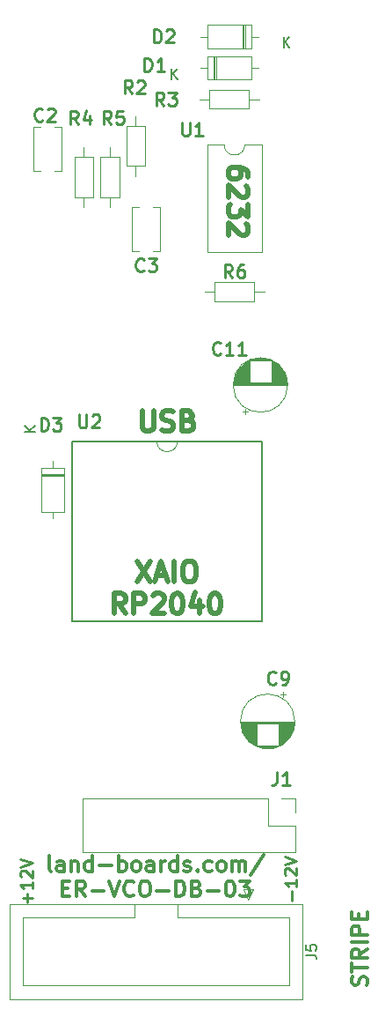
<source format=gto>
%TF.GenerationSoftware,KiCad,Pcbnew,(6.0.1)*%
%TF.CreationDate,2022-10-17T21:59:08-04:00*%
%TF.ProjectId,ER-VCO-03-DB,45522d56-434f-42d3-9033-2d44422e6b69,1*%
%TF.SameCoordinates,Original*%
%TF.FileFunction,Legend,Top*%
%TF.FilePolarity,Positive*%
%FSLAX46Y46*%
G04 Gerber Fmt 4.6, Leading zero omitted, Abs format (unit mm)*
G04 Created by KiCad (PCBNEW (6.0.1)) date 2022-10-17 21:59:08*
%MOMM*%
%LPD*%
G01*
G04 APERTURE LIST*
%ADD10C,0.476250*%
%ADD11C,0.375000*%
%ADD12C,0.285750*%
%ADD13C,0.254000*%
%ADD14C,0.150000*%
%ADD15C,0.120000*%
G04 APERTURE END LIST*
D10*
X63097142Y-62923260D02*
X64367142Y-64828260D01*
X64367142Y-62923260D02*
X63097142Y-64828260D01*
X65002142Y-64283975D02*
X65909285Y-64283975D01*
X64820714Y-64828260D02*
X65455714Y-62923260D01*
X66090714Y-64828260D01*
X66725714Y-64828260D02*
X66725714Y-62923260D01*
X67995714Y-62923260D02*
X68358571Y-62923260D01*
X68540000Y-63013975D01*
X68721428Y-63195403D01*
X68812142Y-63558260D01*
X68812142Y-64193260D01*
X68721428Y-64556117D01*
X68540000Y-64737546D01*
X68358571Y-64828260D01*
X67995714Y-64828260D01*
X67814285Y-64737546D01*
X67632857Y-64556117D01*
X67542142Y-64193260D01*
X67542142Y-63558260D01*
X67632857Y-63195403D01*
X67814285Y-63013975D01*
X67995714Y-62923260D01*
X62008571Y-67895310D02*
X61373571Y-66988167D01*
X60920000Y-67895310D02*
X60920000Y-65990310D01*
X61645714Y-65990310D01*
X61827142Y-66081025D01*
X61917857Y-66171739D01*
X62008571Y-66353167D01*
X62008571Y-66625310D01*
X61917857Y-66806739D01*
X61827142Y-66897453D01*
X61645714Y-66988167D01*
X60920000Y-66988167D01*
X62825000Y-67895310D02*
X62825000Y-65990310D01*
X63550714Y-65990310D01*
X63732142Y-66081025D01*
X63822857Y-66171739D01*
X63913571Y-66353167D01*
X63913571Y-66625310D01*
X63822857Y-66806739D01*
X63732142Y-66897453D01*
X63550714Y-66988167D01*
X62825000Y-66988167D01*
X64639285Y-66171739D02*
X64730000Y-66081025D01*
X64911428Y-65990310D01*
X65365000Y-65990310D01*
X65546428Y-66081025D01*
X65637142Y-66171739D01*
X65727857Y-66353167D01*
X65727857Y-66534596D01*
X65637142Y-66806739D01*
X64548571Y-67895310D01*
X65727857Y-67895310D01*
X66907142Y-65990310D02*
X67088571Y-65990310D01*
X67270000Y-66081025D01*
X67360714Y-66171739D01*
X67451428Y-66353167D01*
X67542142Y-66716025D01*
X67542142Y-67169596D01*
X67451428Y-67532453D01*
X67360714Y-67713882D01*
X67270000Y-67804596D01*
X67088571Y-67895310D01*
X66907142Y-67895310D01*
X66725714Y-67804596D01*
X66635000Y-67713882D01*
X66544285Y-67532453D01*
X66453571Y-67169596D01*
X66453571Y-66716025D01*
X66544285Y-66353167D01*
X66635000Y-66171739D01*
X66725714Y-66081025D01*
X66907142Y-65990310D01*
X69175000Y-66625310D02*
X69175000Y-67895310D01*
X68721428Y-65899596D02*
X68267857Y-67260310D01*
X69447142Y-67260310D01*
X70535714Y-65990310D02*
X70717142Y-65990310D01*
X70898571Y-66081025D01*
X70989285Y-66171739D01*
X71080000Y-66353167D01*
X71170714Y-66716025D01*
X71170714Y-67169596D01*
X71080000Y-67532453D01*
X70989285Y-67713882D01*
X70898571Y-67804596D01*
X70717142Y-67895310D01*
X70535714Y-67895310D01*
X70354285Y-67804596D01*
X70263571Y-67713882D01*
X70172857Y-67532453D01*
X70082142Y-67169596D01*
X70082142Y-66716025D01*
X70172857Y-66353167D01*
X70263571Y-66171739D01*
X70354285Y-66081025D01*
X70535714Y-65990310D01*
X73814214Y-25962428D02*
X73814214Y-25599571D01*
X73723500Y-25418142D01*
X73632785Y-25327428D01*
X73360642Y-25146000D01*
X72997785Y-25055285D01*
X72272071Y-25055285D01*
X72090642Y-25146000D01*
X71999928Y-25236714D01*
X71909214Y-25418142D01*
X71909214Y-25781000D01*
X71999928Y-25962428D01*
X72090642Y-26053142D01*
X72272071Y-26143857D01*
X72725642Y-26143857D01*
X72907071Y-26053142D01*
X72997785Y-25962428D01*
X73088500Y-25781000D01*
X73088500Y-25418142D01*
X72997785Y-25236714D01*
X72907071Y-25146000D01*
X72725642Y-25055285D01*
X73632785Y-26869571D02*
X73723500Y-26960285D01*
X73814214Y-27141714D01*
X73814214Y-27595285D01*
X73723500Y-27776714D01*
X73632785Y-27867428D01*
X73451357Y-27958142D01*
X73269928Y-27958142D01*
X72997785Y-27867428D01*
X71909214Y-26778857D01*
X71909214Y-27958142D01*
X73814214Y-28593142D02*
X73814214Y-29772428D01*
X73088500Y-29137428D01*
X73088500Y-29409571D01*
X72997785Y-29591000D01*
X72907071Y-29681714D01*
X72725642Y-29772428D01*
X72272071Y-29772428D01*
X72090642Y-29681714D01*
X71999928Y-29591000D01*
X71909214Y-29409571D01*
X71909214Y-28865285D01*
X71999928Y-28683857D01*
X72090642Y-28593142D01*
X73632785Y-30498142D02*
X73723500Y-30588857D01*
X73814214Y-30770285D01*
X73814214Y-31223857D01*
X73723500Y-31405285D01*
X73632785Y-31496000D01*
X73451357Y-31586714D01*
X73269928Y-31586714D01*
X72997785Y-31496000D01*
X71909214Y-30407428D01*
X71909214Y-31586714D01*
D11*
X54861285Y-92689071D02*
X54718428Y-92617642D01*
X54647000Y-92474785D01*
X54647000Y-91189071D01*
X56075571Y-92689071D02*
X56075571Y-91903357D01*
X56004142Y-91760500D01*
X55861285Y-91689071D01*
X55575571Y-91689071D01*
X55432714Y-91760500D01*
X56075571Y-92617642D02*
X55932714Y-92689071D01*
X55575571Y-92689071D01*
X55432714Y-92617642D01*
X55361285Y-92474785D01*
X55361285Y-92331928D01*
X55432714Y-92189071D01*
X55575571Y-92117642D01*
X55932714Y-92117642D01*
X56075571Y-92046214D01*
X56789857Y-91689071D02*
X56789857Y-92689071D01*
X56789857Y-91831928D02*
X56861285Y-91760500D01*
X57004142Y-91689071D01*
X57218428Y-91689071D01*
X57361285Y-91760500D01*
X57432714Y-91903357D01*
X57432714Y-92689071D01*
X58789857Y-92689071D02*
X58789857Y-91189071D01*
X58789857Y-92617642D02*
X58647000Y-92689071D01*
X58361285Y-92689071D01*
X58218428Y-92617642D01*
X58147000Y-92546214D01*
X58075571Y-92403357D01*
X58075571Y-91974785D01*
X58147000Y-91831928D01*
X58218428Y-91760500D01*
X58361285Y-91689071D01*
X58647000Y-91689071D01*
X58789857Y-91760500D01*
X59504142Y-92117642D02*
X60647000Y-92117642D01*
X61361285Y-92689071D02*
X61361285Y-91189071D01*
X61361285Y-91760500D02*
X61504142Y-91689071D01*
X61789857Y-91689071D01*
X61932714Y-91760500D01*
X62004142Y-91831928D01*
X62075571Y-91974785D01*
X62075571Y-92403357D01*
X62004142Y-92546214D01*
X61932714Y-92617642D01*
X61789857Y-92689071D01*
X61504142Y-92689071D01*
X61361285Y-92617642D01*
X62932714Y-92689071D02*
X62789857Y-92617642D01*
X62718428Y-92546214D01*
X62647000Y-92403357D01*
X62647000Y-91974785D01*
X62718428Y-91831928D01*
X62789857Y-91760500D01*
X62932714Y-91689071D01*
X63147000Y-91689071D01*
X63289857Y-91760500D01*
X63361285Y-91831928D01*
X63432714Y-91974785D01*
X63432714Y-92403357D01*
X63361285Y-92546214D01*
X63289857Y-92617642D01*
X63147000Y-92689071D01*
X62932714Y-92689071D01*
X64718428Y-92689071D02*
X64718428Y-91903357D01*
X64647000Y-91760500D01*
X64504142Y-91689071D01*
X64218428Y-91689071D01*
X64075571Y-91760500D01*
X64718428Y-92617642D02*
X64575571Y-92689071D01*
X64218428Y-92689071D01*
X64075571Y-92617642D01*
X64004142Y-92474785D01*
X64004142Y-92331928D01*
X64075571Y-92189071D01*
X64218428Y-92117642D01*
X64575571Y-92117642D01*
X64718428Y-92046214D01*
X65432714Y-92689071D02*
X65432714Y-91689071D01*
X65432714Y-91974785D02*
X65504142Y-91831928D01*
X65575571Y-91760500D01*
X65718428Y-91689071D01*
X65861285Y-91689071D01*
X67004142Y-92689071D02*
X67004142Y-91189071D01*
X67004142Y-92617642D02*
X66861285Y-92689071D01*
X66575571Y-92689071D01*
X66432714Y-92617642D01*
X66361285Y-92546214D01*
X66289857Y-92403357D01*
X66289857Y-91974785D01*
X66361285Y-91831928D01*
X66432714Y-91760500D01*
X66575571Y-91689071D01*
X66861285Y-91689071D01*
X67004142Y-91760500D01*
X67647000Y-92617642D02*
X67789857Y-92689071D01*
X68075571Y-92689071D01*
X68218428Y-92617642D01*
X68289857Y-92474785D01*
X68289857Y-92403357D01*
X68218428Y-92260500D01*
X68075571Y-92189071D01*
X67861285Y-92189071D01*
X67718428Y-92117642D01*
X67647000Y-91974785D01*
X67647000Y-91903357D01*
X67718428Y-91760500D01*
X67861285Y-91689071D01*
X68075571Y-91689071D01*
X68218428Y-91760500D01*
X68932714Y-92546214D02*
X69004142Y-92617642D01*
X68932714Y-92689071D01*
X68861285Y-92617642D01*
X68932714Y-92546214D01*
X68932714Y-92689071D01*
X70289857Y-92617642D02*
X70147000Y-92689071D01*
X69861285Y-92689071D01*
X69718428Y-92617642D01*
X69647000Y-92546214D01*
X69575571Y-92403357D01*
X69575571Y-91974785D01*
X69647000Y-91831928D01*
X69718428Y-91760500D01*
X69861285Y-91689071D01*
X70147000Y-91689071D01*
X70289857Y-91760500D01*
X71147000Y-92689071D02*
X71004142Y-92617642D01*
X70932714Y-92546214D01*
X70861285Y-92403357D01*
X70861285Y-91974785D01*
X70932714Y-91831928D01*
X71004142Y-91760500D01*
X71147000Y-91689071D01*
X71361285Y-91689071D01*
X71504142Y-91760500D01*
X71575571Y-91831928D01*
X71647000Y-91974785D01*
X71647000Y-92403357D01*
X71575571Y-92546214D01*
X71504142Y-92617642D01*
X71361285Y-92689071D01*
X71147000Y-92689071D01*
X72289857Y-92689071D02*
X72289857Y-91689071D01*
X72289857Y-91831928D02*
X72361285Y-91760500D01*
X72504142Y-91689071D01*
X72718428Y-91689071D01*
X72861285Y-91760500D01*
X72932714Y-91903357D01*
X72932714Y-92689071D01*
X72932714Y-91903357D02*
X73004142Y-91760500D01*
X73147000Y-91689071D01*
X73361285Y-91689071D01*
X73504142Y-91760500D01*
X73575571Y-91903357D01*
X73575571Y-92689071D01*
X75361285Y-91117642D02*
X74075571Y-93046214D01*
X55932714Y-94318357D02*
X56432714Y-94318357D01*
X56647000Y-95104071D02*
X55932714Y-95104071D01*
X55932714Y-93604071D01*
X56647000Y-93604071D01*
X58147000Y-95104071D02*
X57647000Y-94389785D01*
X57289857Y-95104071D02*
X57289857Y-93604071D01*
X57861285Y-93604071D01*
X58004142Y-93675500D01*
X58075571Y-93746928D01*
X58147000Y-93889785D01*
X58147000Y-94104071D01*
X58075571Y-94246928D01*
X58004142Y-94318357D01*
X57861285Y-94389785D01*
X57289857Y-94389785D01*
X58789857Y-94532642D02*
X59932714Y-94532642D01*
X60432714Y-93604071D02*
X60932714Y-95104071D01*
X61432714Y-93604071D01*
X62789857Y-94961214D02*
X62718428Y-95032642D01*
X62504142Y-95104071D01*
X62361285Y-95104071D01*
X62147000Y-95032642D01*
X62004142Y-94889785D01*
X61932714Y-94746928D01*
X61861285Y-94461214D01*
X61861285Y-94246928D01*
X61932714Y-93961214D01*
X62004142Y-93818357D01*
X62147000Y-93675500D01*
X62361285Y-93604071D01*
X62504142Y-93604071D01*
X62718428Y-93675500D01*
X62789857Y-93746928D01*
X63718428Y-93604071D02*
X64004142Y-93604071D01*
X64147000Y-93675500D01*
X64289857Y-93818357D01*
X64361285Y-94104071D01*
X64361285Y-94604071D01*
X64289857Y-94889785D01*
X64147000Y-95032642D01*
X64004142Y-95104071D01*
X63718428Y-95104071D01*
X63575571Y-95032642D01*
X63432714Y-94889785D01*
X63361285Y-94604071D01*
X63361285Y-94104071D01*
X63432714Y-93818357D01*
X63575571Y-93675500D01*
X63718428Y-93604071D01*
X65004142Y-94532642D02*
X66147000Y-94532642D01*
X66861285Y-95104071D02*
X66861285Y-93604071D01*
X67218428Y-93604071D01*
X67432714Y-93675500D01*
X67575571Y-93818357D01*
X67647000Y-93961214D01*
X67718428Y-94246928D01*
X67718428Y-94461214D01*
X67647000Y-94746928D01*
X67575571Y-94889785D01*
X67432714Y-95032642D01*
X67218428Y-95104071D01*
X66861285Y-95104071D01*
X68861285Y-94318357D02*
X69075571Y-94389785D01*
X69147000Y-94461214D01*
X69218428Y-94604071D01*
X69218428Y-94818357D01*
X69147000Y-94961214D01*
X69075571Y-95032642D01*
X68932714Y-95104071D01*
X68361285Y-95104071D01*
X68361285Y-93604071D01*
X68861285Y-93604071D01*
X69004142Y-93675500D01*
X69075571Y-93746928D01*
X69147000Y-93889785D01*
X69147000Y-94032642D01*
X69075571Y-94175500D01*
X69004142Y-94246928D01*
X68861285Y-94318357D01*
X68361285Y-94318357D01*
X69861285Y-94532642D02*
X71004142Y-94532642D01*
X72004142Y-93604071D02*
X72147000Y-93604071D01*
X72289857Y-93675500D01*
X72361285Y-93746928D01*
X72432714Y-93889785D01*
X72504142Y-94175500D01*
X72504142Y-94532642D01*
X72432714Y-94818357D01*
X72361285Y-94961214D01*
X72289857Y-95032642D01*
X72147000Y-95104071D01*
X72004142Y-95104071D01*
X71861285Y-95032642D01*
X71789857Y-94961214D01*
X71718428Y-94818357D01*
X71647000Y-94532642D01*
X71647000Y-94175500D01*
X71718428Y-93889785D01*
X71789857Y-93746928D01*
X71861285Y-93675500D01*
X72004142Y-93604071D01*
X73004142Y-93604071D02*
X73932714Y-93604071D01*
X73432714Y-94175500D01*
X73647000Y-94175500D01*
X73789857Y-94246928D01*
X73861285Y-94318357D01*
X73932714Y-94461214D01*
X73932714Y-94818357D01*
X73861285Y-94961214D01*
X73789857Y-95032642D01*
X73647000Y-95104071D01*
X73218428Y-95104071D01*
X73075571Y-95032642D01*
X73004142Y-94961214D01*
D12*
X78034242Y-95468394D02*
X78034242Y-94597537D01*
X78469671Y-93454537D02*
X78469671Y-94107680D01*
X78469671Y-93781108D02*
X77326671Y-93781108D01*
X77489957Y-93889966D01*
X77598814Y-93998823D01*
X77653242Y-94107680D01*
X77435528Y-93019108D02*
X77381100Y-92964680D01*
X77326671Y-92855823D01*
X77326671Y-92583680D01*
X77381100Y-92474823D01*
X77435528Y-92420394D01*
X77544385Y-92365966D01*
X77653242Y-92365966D01*
X77816528Y-92420394D01*
X78469671Y-93073537D01*
X78469671Y-92365966D01*
X77326671Y-92039394D02*
X78469671Y-91658394D01*
X77326671Y-91277394D01*
D10*
X63612071Y-48456785D02*
X63612071Y-49998928D01*
X63702785Y-50180357D01*
X63793500Y-50271071D01*
X63974928Y-50361785D01*
X64337785Y-50361785D01*
X64519214Y-50271071D01*
X64609928Y-50180357D01*
X64700642Y-49998928D01*
X64700642Y-48456785D01*
X65517071Y-50271071D02*
X65789214Y-50361785D01*
X66242785Y-50361785D01*
X66424214Y-50271071D01*
X66514928Y-50180357D01*
X66605642Y-49998928D01*
X66605642Y-49817500D01*
X66514928Y-49636071D01*
X66424214Y-49545357D01*
X66242785Y-49454642D01*
X65879928Y-49363928D01*
X65698500Y-49273214D01*
X65607785Y-49182500D01*
X65517071Y-49001071D01*
X65517071Y-48819642D01*
X65607785Y-48638214D01*
X65698500Y-48547500D01*
X65879928Y-48456785D01*
X66333500Y-48456785D01*
X66605642Y-48547500D01*
X68057071Y-49363928D02*
X68329214Y-49454642D01*
X68419928Y-49545357D01*
X68510642Y-49726785D01*
X68510642Y-49998928D01*
X68419928Y-50180357D01*
X68329214Y-50271071D01*
X68147785Y-50361785D01*
X67422071Y-50361785D01*
X67422071Y-48456785D01*
X68057071Y-48456785D01*
X68238500Y-48547500D01*
X68329214Y-48638214D01*
X68419928Y-48819642D01*
X68419928Y-49001071D01*
X68329214Y-49182500D01*
X68238500Y-49273214D01*
X68057071Y-49363928D01*
X67422071Y-49363928D01*
D12*
X52583442Y-95696994D02*
X52583442Y-94826137D01*
X53018871Y-95261566D02*
X52148014Y-95261566D01*
X53018871Y-93683137D02*
X53018871Y-94336280D01*
X53018871Y-94009708D02*
X51875871Y-94009708D01*
X52039157Y-94118566D01*
X52148014Y-94227423D01*
X52202442Y-94336280D01*
X51984728Y-93247708D02*
X51930300Y-93193280D01*
X51875871Y-93084423D01*
X51875871Y-92812280D01*
X51930300Y-92703423D01*
X51984728Y-92648994D01*
X52093585Y-92594566D01*
X52202442Y-92594566D01*
X52365728Y-92648994D01*
X53018871Y-93302137D01*
X53018871Y-92594566D01*
X51875871Y-92267994D02*
X53018871Y-91886994D01*
X51875871Y-91505994D01*
D11*
X85214542Y-103637114D02*
X85285971Y-103422828D01*
X85285971Y-103065685D01*
X85214542Y-102922828D01*
X85143114Y-102851400D01*
X85000257Y-102779971D01*
X84857400Y-102779971D01*
X84714542Y-102851400D01*
X84643114Y-102922828D01*
X84571685Y-103065685D01*
X84500257Y-103351400D01*
X84428828Y-103494257D01*
X84357400Y-103565685D01*
X84214542Y-103637114D01*
X84071685Y-103637114D01*
X83928828Y-103565685D01*
X83857400Y-103494257D01*
X83785971Y-103351400D01*
X83785971Y-102994257D01*
X83857400Y-102779971D01*
X83785971Y-102351400D02*
X83785971Y-101494257D01*
X85285971Y-101922828D02*
X83785971Y-101922828D01*
X85285971Y-100137114D02*
X84571685Y-100637114D01*
X85285971Y-100994257D02*
X83785971Y-100994257D01*
X83785971Y-100422828D01*
X83857400Y-100279971D01*
X83928828Y-100208542D01*
X84071685Y-100137114D01*
X84285971Y-100137114D01*
X84428828Y-100208542D01*
X84500257Y-100279971D01*
X84571685Y-100422828D01*
X84571685Y-100994257D01*
X85285971Y-99494257D02*
X83785971Y-99494257D01*
X85285971Y-98779971D02*
X83785971Y-98779971D01*
X83785971Y-98208542D01*
X83857400Y-98065685D01*
X83928828Y-97994257D01*
X84071685Y-97922828D01*
X84285971Y-97922828D01*
X84428828Y-97994257D01*
X84500257Y-98065685D01*
X84571685Y-98208542D01*
X84571685Y-98779971D01*
X84500257Y-97279971D02*
X84500257Y-96779971D01*
X85285971Y-96565685D02*
X85285971Y-97279971D01*
X83785971Y-97279971D01*
X83785971Y-96565685D01*
D13*
%TO.C,C11*%
X71183571Y-42953571D02*
X71123095Y-43014047D01*
X70941666Y-43074523D01*
X70820714Y-43074523D01*
X70639285Y-43014047D01*
X70518333Y-42893095D01*
X70457857Y-42772142D01*
X70397380Y-42530238D01*
X70397380Y-42348809D01*
X70457857Y-42106904D01*
X70518333Y-41985952D01*
X70639285Y-41865000D01*
X70820714Y-41804523D01*
X70941666Y-41804523D01*
X71123095Y-41865000D01*
X71183571Y-41925476D01*
X72393095Y-43074523D02*
X71667380Y-43074523D01*
X72030238Y-43074523D02*
X72030238Y-41804523D01*
X71909285Y-41985952D01*
X71788333Y-42106904D01*
X71667380Y-42167380D01*
X73602619Y-43074523D02*
X72876904Y-43074523D01*
X73239761Y-43074523D02*
X73239761Y-41804523D01*
X73118809Y-41985952D01*
X72997857Y-42106904D01*
X72876904Y-42167380D01*
%TO.C,C9*%
X76496333Y-74621571D02*
X76435857Y-74682047D01*
X76254428Y-74742523D01*
X76133476Y-74742523D01*
X75952047Y-74682047D01*
X75831095Y-74561095D01*
X75770619Y-74440142D01*
X75710142Y-74198238D01*
X75710142Y-74016809D01*
X75770619Y-73774904D01*
X75831095Y-73653952D01*
X75952047Y-73533000D01*
X76133476Y-73472523D01*
X76254428Y-73472523D01*
X76435857Y-73533000D01*
X76496333Y-73593476D01*
X77101095Y-74742523D02*
X77343000Y-74742523D01*
X77463952Y-74682047D01*
X77524428Y-74621571D01*
X77645380Y-74440142D01*
X77705857Y-74198238D01*
X77705857Y-73714428D01*
X77645380Y-73593476D01*
X77584904Y-73533000D01*
X77463952Y-73472523D01*
X77222047Y-73472523D01*
X77101095Y-73533000D01*
X77040619Y-73593476D01*
X76980142Y-73714428D01*
X76980142Y-74016809D01*
X77040619Y-74137761D01*
X77101095Y-74198238D01*
X77222047Y-74258714D01*
X77463952Y-74258714D01*
X77584904Y-74198238D01*
X77645380Y-74137761D01*
X77705857Y-74016809D01*
%TO.C,D1*%
X63832619Y-15814523D02*
X63832619Y-14544523D01*
X64135000Y-14544523D01*
X64316428Y-14605000D01*
X64437380Y-14725952D01*
X64497857Y-14846904D01*
X64558333Y-15088809D01*
X64558333Y-15270238D01*
X64497857Y-15512142D01*
X64437380Y-15633095D01*
X64316428Y-15754047D01*
X64135000Y-15814523D01*
X63832619Y-15814523D01*
X65767857Y-15814523D02*
X65042142Y-15814523D01*
X65405000Y-15814523D02*
X65405000Y-14544523D01*
X65284047Y-14725952D01*
X65163095Y-14846904D01*
X65042142Y-14907380D01*
D14*
X66413095Y-16581380D02*
X66413095Y-15581380D01*
X66984523Y-16581380D02*
X66555952Y-16009952D01*
X66984523Y-15581380D02*
X66413095Y-16152809D01*
D13*
%TO.C,J1*%
X76576664Y-83124523D02*
X76576664Y-84031666D01*
X76516188Y-84213095D01*
X76395236Y-84334047D01*
X76213807Y-84394523D01*
X76092855Y-84394523D01*
X77846664Y-84394523D02*
X77120950Y-84394523D01*
X77483807Y-84394523D02*
X77483807Y-83124523D01*
X77362855Y-83305952D01*
X77241902Y-83426904D01*
X77120950Y-83487380D01*
%TO.C,R3*%
X65701333Y-19116523D02*
X65278000Y-18511761D01*
X64975619Y-19116523D02*
X64975619Y-17846523D01*
X65459428Y-17846523D01*
X65580380Y-17907000D01*
X65640857Y-17967476D01*
X65701333Y-18088428D01*
X65701333Y-18269857D01*
X65640857Y-18390809D01*
X65580380Y-18451285D01*
X65459428Y-18511761D01*
X64975619Y-18511761D01*
X66124666Y-17846523D02*
X66910857Y-17846523D01*
X66487523Y-18330333D01*
X66668952Y-18330333D01*
X66789904Y-18390809D01*
X66850380Y-18451285D01*
X66910857Y-18572238D01*
X66910857Y-18874619D01*
X66850380Y-18995571D01*
X66789904Y-19056047D01*
X66668952Y-19116523D01*
X66306095Y-19116523D01*
X66185142Y-19056047D01*
X66124666Y-18995571D01*
%TO.C,C2*%
X54017333Y-20519571D02*
X53956857Y-20580047D01*
X53775428Y-20640523D01*
X53654476Y-20640523D01*
X53473047Y-20580047D01*
X53352095Y-20459095D01*
X53291619Y-20338142D01*
X53231142Y-20096238D01*
X53231142Y-19914809D01*
X53291619Y-19672904D01*
X53352095Y-19551952D01*
X53473047Y-19431000D01*
X53654476Y-19370523D01*
X53775428Y-19370523D01*
X53956857Y-19431000D01*
X54017333Y-19491476D01*
X54501142Y-19491476D02*
X54561619Y-19431000D01*
X54682571Y-19370523D01*
X54984952Y-19370523D01*
X55105904Y-19431000D01*
X55166380Y-19491476D01*
X55226857Y-19612428D01*
X55226857Y-19733380D01*
X55166380Y-19914809D01*
X54440666Y-20640523D01*
X55226857Y-20640523D01*
%TO.C,R5*%
X60621333Y-20894523D02*
X60198000Y-20289761D01*
X59895619Y-20894523D02*
X59895619Y-19624523D01*
X60379428Y-19624523D01*
X60500380Y-19685000D01*
X60560857Y-19745476D01*
X60621333Y-19866428D01*
X60621333Y-20047857D01*
X60560857Y-20168809D01*
X60500380Y-20229285D01*
X60379428Y-20289761D01*
X59895619Y-20289761D01*
X61770380Y-19624523D02*
X61165619Y-19624523D01*
X61105142Y-20229285D01*
X61165619Y-20168809D01*
X61286571Y-20108333D01*
X61588952Y-20108333D01*
X61709904Y-20168809D01*
X61770380Y-20229285D01*
X61830857Y-20350238D01*
X61830857Y-20652619D01*
X61770380Y-20773571D01*
X61709904Y-20834047D01*
X61588952Y-20894523D01*
X61286571Y-20894523D01*
X61165619Y-20834047D01*
X61105142Y-20773571D01*
%TO.C,D2*%
X64721619Y-13074523D02*
X64721619Y-11804523D01*
X65024000Y-11804523D01*
X65205428Y-11865000D01*
X65326380Y-11985952D01*
X65386857Y-12106904D01*
X65447333Y-12348809D01*
X65447333Y-12530238D01*
X65386857Y-12772142D01*
X65326380Y-12893095D01*
X65205428Y-13014047D01*
X65024000Y-13074523D01*
X64721619Y-13074523D01*
X65931142Y-11925476D02*
X65991619Y-11865000D01*
X66112571Y-11804523D01*
X66414952Y-11804523D01*
X66535904Y-11865000D01*
X66596380Y-11925476D01*
X66656857Y-12046428D01*
X66656857Y-12167380D01*
X66596380Y-12348809D01*
X65870666Y-13074523D01*
X66656857Y-13074523D01*
D14*
X77238095Y-13533380D02*
X77238095Y-12533380D01*
X77809523Y-13533380D02*
X77380952Y-12961952D01*
X77809523Y-12533380D02*
X77238095Y-13104809D01*
D13*
%TO.C,U1*%
X67444380Y-20741523D02*
X67444380Y-21769619D01*
X67504857Y-21890571D01*
X67565333Y-21951047D01*
X67686285Y-22011523D01*
X67928190Y-22011523D01*
X68049142Y-21951047D01*
X68109619Y-21890571D01*
X68170095Y-21769619D01*
X68170095Y-20741523D01*
X69440095Y-22011523D02*
X68714380Y-22011523D01*
X69077238Y-22011523D02*
X69077238Y-20741523D01*
X68956285Y-20922952D01*
X68835333Y-21043904D01*
X68714380Y-21104380D01*
%TO.C,D3*%
X53859419Y-50358523D02*
X53859419Y-49088523D01*
X54161800Y-49088523D01*
X54343228Y-49149000D01*
X54464180Y-49269952D01*
X54524657Y-49390904D01*
X54585133Y-49632809D01*
X54585133Y-49814238D01*
X54524657Y-50056142D01*
X54464180Y-50177095D01*
X54343228Y-50298047D01*
X54161800Y-50358523D01*
X53859419Y-50358523D01*
X55008466Y-49088523D02*
X55794657Y-49088523D01*
X55371323Y-49572333D01*
X55552752Y-49572333D01*
X55673704Y-49632809D01*
X55734180Y-49693285D01*
X55794657Y-49814238D01*
X55794657Y-50116619D01*
X55734180Y-50237571D01*
X55673704Y-50298047D01*
X55552752Y-50358523D01*
X55189895Y-50358523D01*
X55068942Y-50298047D01*
X55008466Y-50237571D01*
D14*
X53318780Y-50477704D02*
X52318780Y-50477704D01*
X53318780Y-49906276D02*
X52747352Y-50334847D01*
X52318780Y-49906276D02*
X52890209Y-50477704D01*
D13*
%TO.C,C3*%
X63776333Y-34943571D02*
X63715857Y-35004047D01*
X63534428Y-35064523D01*
X63413476Y-35064523D01*
X63232047Y-35004047D01*
X63111095Y-34883095D01*
X63050619Y-34762142D01*
X62990142Y-34520238D01*
X62990142Y-34338809D01*
X63050619Y-34096904D01*
X63111095Y-33975952D01*
X63232047Y-33855000D01*
X63413476Y-33794523D01*
X63534428Y-33794523D01*
X63715857Y-33855000D01*
X63776333Y-33915476D01*
X64199666Y-33794523D02*
X64985857Y-33794523D01*
X64562523Y-34278333D01*
X64743952Y-34278333D01*
X64864904Y-34338809D01*
X64925380Y-34399285D01*
X64985857Y-34520238D01*
X64985857Y-34822619D01*
X64925380Y-34943571D01*
X64864904Y-35004047D01*
X64743952Y-35064523D01*
X64381095Y-35064523D01*
X64260142Y-35004047D01*
X64199666Y-34943571D01*
D14*
%TO.C,J5*%
X79390180Y-100723633D02*
X80104466Y-100723633D01*
X80247323Y-100771252D01*
X80342561Y-100866490D01*
X80390180Y-101009347D01*
X80390180Y-101104585D01*
X79390180Y-99771252D02*
X79390180Y-100247442D01*
X79866371Y-100295061D01*
X79818752Y-100247442D01*
X79771133Y-100152204D01*
X79771133Y-99914109D01*
X79818752Y-99818871D01*
X79866371Y-99771252D01*
X79961609Y-99723633D01*
X80199704Y-99723633D01*
X80294942Y-99771252D01*
X80342561Y-99818871D01*
X80390180Y-99914109D01*
X80390180Y-100152204D01*
X80342561Y-100247442D01*
X80294942Y-100295061D01*
D13*
%TO.C,U2*%
X57532380Y-48804523D02*
X57532380Y-49832619D01*
X57592857Y-49953571D01*
X57653333Y-50014047D01*
X57774285Y-50074523D01*
X58016190Y-50074523D01*
X58137142Y-50014047D01*
X58197619Y-49953571D01*
X58258095Y-49832619D01*
X58258095Y-48804523D01*
X58802380Y-48925476D02*
X58862857Y-48865000D01*
X58983809Y-48804523D01*
X59286190Y-48804523D01*
X59407142Y-48865000D01*
X59467619Y-48925476D01*
X59528095Y-49046428D01*
X59528095Y-49167380D01*
X59467619Y-49348809D01*
X58741904Y-50074523D01*
X59528095Y-50074523D01*
%TO.C,R2*%
X62653333Y-17973523D02*
X62230000Y-17368761D01*
X61927619Y-17973523D02*
X61927619Y-16703523D01*
X62411428Y-16703523D01*
X62532380Y-16764000D01*
X62592857Y-16824476D01*
X62653333Y-16945428D01*
X62653333Y-17126857D01*
X62592857Y-17247809D01*
X62532380Y-17308285D01*
X62411428Y-17368761D01*
X61927619Y-17368761D01*
X63137142Y-16824476D02*
X63197619Y-16764000D01*
X63318571Y-16703523D01*
X63620952Y-16703523D01*
X63741904Y-16764000D01*
X63802380Y-16824476D01*
X63862857Y-16945428D01*
X63862857Y-17066380D01*
X63802380Y-17247809D01*
X63076666Y-17973523D01*
X63862857Y-17973523D01*
%TO.C,R6*%
X72288333Y-35654523D02*
X71865000Y-35049761D01*
X71562619Y-35654523D02*
X71562619Y-34384523D01*
X72046428Y-34384523D01*
X72167380Y-34445000D01*
X72227857Y-34505476D01*
X72288333Y-34626428D01*
X72288333Y-34807857D01*
X72227857Y-34928809D01*
X72167380Y-34989285D01*
X72046428Y-35049761D01*
X71562619Y-35049761D01*
X73376904Y-34384523D02*
X73135000Y-34384523D01*
X73014047Y-34445000D01*
X72953571Y-34505476D01*
X72832619Y-34686904D01*
X72772142Y-34928809D01*
X72772142Y-35412619D01*
X72832619Y-35533571D01*
X72893095Y-35594047D01*
X73014047Y-35654523D01*
X73255952Y-35654523D01*
X73376904Y-35594047D01*
X73437380Y-35533571D01*
X73497857Y-35412619D01*
X73497857Y-35110238D01*
X73437380Y-34989285D01*
X73376904Y-34928809D01*
X73255952Y-34868333D01*
X73014047Y-34868333D01*
X72893095Y-34928809D01*
X72832619Y-34989285D01*
X72772142Y-35110238D01*
%TO.C,R4*%
X57446333Y-20894523D02*
X57023000Y-20289761D01*
X56720619Y-20894523D02*
X56720619Y-19624523D01*
X57204428Y-19624523D01*
X57325380Y-19685000D01*
X57385857Y-19745476D01*
X57446333Y-19866428D01*
X57446333Y-20047857D01*
X57385857Y-20168809D01*
X57325380Y-20229285D01*
X57204428Y-20289761D01*
X56720619Y-20289761D01*
X58534904Y-20047857D02*
X58534904Y-20894523D01*
X58232523Y-19564047D02*
X57930142Y-20471190D01*
X58716333Y-20471190D01*
D15*
%TO.C,C11*%
X72905000Y-44434113D02*
X73960000Y-44434113D01*
X73749000Y-43674113D02*
X73960000Y-43674113D01*
X73275000Y-48509888D02*
X73775000Y-48509888D01*
X72671000Y-44834113D02*
X73960000Y-44834113D01*
X72480000Y-45395113D02*
X73960000Y-45395113D01*
X73174000Y-44114113D02*
X73960000Y-44114113D01*
X73257000Y-44034113D02*
X73960000Y-44034113D01*
X73063000Y-44234113D02*
X73960000Y-44234113D01*
X76040000Y-44394113D02*
X77065000Y-44394113D01*
X76040000Y-45234113D02*
X77480000Y-45234113D01*
X76040000Y-43754113D02*
X76383000Y-43754113D01*
X76040000Y-44714113D02*
X77268000Y-44714113D01*
X72602000Y-44994113D02*
X73960000Y-44994113D01*
X76040000Y-44514113D02*
X77149000Y-44514113D01*
X72457000Y-45515113D02*
X73960000Y-45515113D01*
X73500000Y-43834113D02*
X73960000Y-43834113D01*
X76040000Y-44594113D02*
X77200000Y-44594113D01*
X72558000Y-45114113D02*
X73960000Y-45114113D01*
X76040000Y-44834113D02*
X77329000Y-44834113D01*
X72439000Y-45635113D02*
X73960000Y-45635113D01*
X73301000Y-43994113D02*
X73960000Y-43994113D01*
X73902000Y-43594113D02*
X76098000Y-43594113D01*
X72421000Y-45875113D02*
X77579000Y-45875113D01*
X72825000Y-44554113D02*
X73960000Y-44554113D01*
X73395000Y-43914113D02*
X73960000Y-43914113D01*
X73557000Y-43794113D02*
X73960000Y-43794113D01*
X76040000Y-44434113D02*
X77095000Y-44434113D01*
X76040000Y-44874113D02*
X77348000Y-44874113D01*
X76040000Y-44794113D02*
X77310000Y-44794113D01*
X76040000Y-45114113D02*
X77442000Y-45114113D01*
X72444000Y-45595113D02*
X73960000Y-45595113D01*
X72935000Y-44394113D02*
X73960000Y-44394113D01*
X74716000Y-43354113D02*
X75284000Y-43354113D01*
X76040000Y-44034113D02*
X76743000Y-44034113D01*
X76040000Y-44234113D02*
X76937000Y-44234113D01*
X72572000Y-45074113D02*
X73960000Y-45074113D01*
X76040000Y-43954113D02*
X76653000Y-43954113D01*
X73215000Y-44074113D02*
X73960000Y-44074113D01*
X72878000Y-44474113D02*
X73960000Y-44474113D01*
X76040000Y-45715113D02*
X77569000Y-45715113D01*
X72424000Y-45795113D02*
X77576000Y-45795113D01*
X72464000Y-45475113D02*
X73960000Y-45475113D01*
X76040000Y-45194113D02*
X77468000Y-45194113D01*
X73525000Y-48759888D02*
X73525000Y-48259888D01*
X72532000Y-45194113D02*
X73960000Y-45194113D01*
X72800000Y-44594113D02*
X73960000Y-44594113D01*
X72420000Y-45955113D02*
X77580000Y-45955113D01*
X72472000Y-45435113D02*
X73960000Y-45435113D01*
X74482000Y-43394113D02*
X75518000Y-43394113D01*
X72996000Y-44314113D02*
X73960000Y-44314113D01*
X76040000Y-44274113D02*
X76971000Y-44274113D01*
X76040000Y-44994113D02*
X77398000Y-44994113D01*
X73446000Y-43874113D02*
X73960000Y-43874113D01*
X72545000Y-45154113D02*
X73960000Y-45154113D01*
X72520000Y-45234113D02*
X73960000Y-45234113D01*
X76040000Y-43794113D02*
X76443000Y-43794113D01*
X76040000Y-43674113D02*
X76251000Y-43674113D01*
X76040000Y-45595113D02*
X77556000Y-45595113D01*
X72710000Y-44754113D02*
X73960000Y-44754113D01*
X76040000Y-45154113D02*
X77455000Y-45154113D01*
X72420000Y-45915113D02*
X77580000Y-45915113D01*
X73617000Y-43754113D02*
X73960000Y-43754113D01*
X76040000Y-45395113D02*
X77520000Y-45395113D01*
X76040000Y-45034113D02*
X77414000Y-45034113D01*
X76040000Y-44354113D02*
X77035000Y-44354113D01*
X76040000Y-45275113D02*
X77491000Y-45275113D01*
X72776000Y-44634113D02*
X73960000Y-44634113D01*
X76040000Y-44674113D02*
X77247000Y-44674113D01*
X72435000Y-45675113D02*
X73960000Y-45675113D01*
X76040000Y-45555113D02*
X77550000Y-45555113D01*
X72499000Y-45315113D02*
X73960000Y-45315113D01*
X72690000Y-44794113D02*
X73960000Y-44794113D01*
X76040000Y-45435113D02*
X77528000Y-45435113D01*
X72431000Y-45715113D02*
X73960000Y-45715113D01*
X72965000Y-44354113D02*
X73960000Y-44354113D01*
X72509000Y-45275113D02*
X73960000Y-45275113D01*
X76040000Y-44074113D02*
X76785000Y-44074113D01*
X73822000Y-43634113D02*
X76178000Y-43634113D01*
X73347000Y-43954113D02*
X73960000Y-43954113D01*
X72652000Y-44874113D02*
X73960000Y-44874113D01*
X76040000Y-43874113D02*
X76554000Y-43874113D01*
X74085000Y-43514113D02*
X75915000Y-43514113D01*
X76040000Y-45074113D02*
X77428000Y-45074113D01*
X74195000Y-43474113D02*
X75805000Y-43474113D01*
X76040000Y-43914113D02*
X76605000Y-43914113D01*
X76040000Y-44314113D02*
X77004000Y-44314113D01*
X72427000Y-45755113D02*
X77573000Y-45755113D01*
X74323000Y-43434113D02*
X75677000Y-43434113D01*
X76040000Y-43994113D02*
X76699000Y-43994113D01*
X72851000Y-44514113D02*
X73960000Y-44514113D01*
X73989000Y-43554113D02*
X76011000Y-43554113D01*
X76040000Y-44754113D02*
X77290000Y-44754113D01*
X76040000Y-44634113D02*
X77224000Y-44634113D01*
X72422000Y-45835113D02*
X77578000Y-45835113D01*
X73099000Y-44194113D02*
X73960000Y-44194113D01*
X76040000Y-44154113D02*
X76864000Y-44154113D01*
X72618000Y-44954113D02*
X73960000Y-44954113D01*
X76040000Y-45355113D02*
X77511000Y-45355113D01*
X76040000Y-44194113D02*
X76901000Y-44194113D01*
X76040000Y-44474113D02*
X77122000Y-44474113D01*
X76040000Y-44554113D02*
X77175000Y-44554113D01*
X72635000Y-44914113D02*
X73960000Y-44914113D01*
X73029000Y-44274113D02*
X73960000Y-44274113D01*
X72586000Y-45034113D02*
X73960000Y-45034113D01*
X76040000Y-44954113D02*
X77382000Y-44954113D01*
X76040000Y-44914113D02*
X77365000Y-44914113D01*
X73136000Y-44154113D02*
X73960000Y-44154113D01*
X72450000Y-45555113D02*
X73960000Y-45555113D01*
X73681000Y-43714113D02*
X73960000Y-43714113D01*
X76040000Y-43714113D02*
X76319000Y-43714113D01*
X76040000Y-45475113D02*
X77536000Y-45475113D01*
X76040000Y-45635113D02*
X77561000Y-45635113D01*
X76040000Y-45515113D02*
X77543000Y-45515113D01*
X76040000Y-45675113D02*
X77565000Y-45675113D01*
X72489000Y-45355113D02*
X73960000Y-45355113D01*
X72753000Y-44674113D02*
X73960000Y-44674113D01*
X76040000Y-44114113D02*
X76826000Y-44114113D01*
X76040000Y-45315113D02*
X77501000Y-45315113D01*
X76040000Y-43834113D02*
X76500000Y-43834113D01*
X72732000Y-44714113D02*
X73960000Y-44714113D01*
X77620000Y-45955113D02*
G75*
G03*
X77620000Y-45955113I-2620000J0D01*
G01*
%TO.C,C9*%
X74652000Y-79997888D02*
X73755000Y-79997888D01*
X74652000Y-79637888D02*
X73492000Y-79637888D01*
X78248000Y-78636888D02*
X76732000Y-78636888D01*
X74652000Y-78796888D02*
X73164000Y-78796888D01*
X74652000Y-80037888D02*
X73791000Y-80037888D01*
X74652000Y-79477888D02*
X73402000Y-79477888D01*
X77814000Y-79757888D02*
X76732000Y-79757888D01*
X74652000Y-79077888D02*
X73237000Y-79077888D01*
X78242000Y-78676888D02*
X76732000Y-78676888D01*
X77391000Y-80237888D02*
X76732000Y-80237888D01*
X74652000Y-80197888D02*
X73949000Y-80197888D01*
X74652000Y-78596888D02*
X73131000Y-78596888D01*
X74652000Y-79517888D02*
X73424000Y-79517888D01*
X78268000Y-78436888D02*
X73116000Y-78436888D01*
X77629000Y-79997888D02*
X76732000Y-79997888D01*
X78193000Y-78916888D02*
X76732000Y-78916888D01*
X74652000Y-78676888D02*
X73142000Y-78676888D01*
X74652000Y-78956888D02*
X73201000Y-78956888D01*
X74652000Y-78997888D02*
X73212000Y-78997888D01*
X77435000Y-80197888D02*
X76732000Y-80197888D01*
X74652000Y-79597888D02*
X73468000Y-79597888D01*
X74652000Y-78876888D02*
X73181000Y-78876888D01*
X77135000Y-80437888D02*
X76732000Y-80437888D01*
X78040000Y-79357888D02*
X76732000Y-79357888D01*
X77345000Y-80277888D02*
X76732000Y-80277888D01*
X74652000Y-79557888D02*
X73445000Y-79557888D01*
X74652000Y-79797888D02*
X73597000Y-79797888D01*
X74652000Y-79037888D02*
X73224000Y-79037888D01*
X77892000Y-79637888D02*
X76732000Y-79637888D01*
X74652000Y-80237888D02*
X73993000Y-80237888D01*
X76870000Y-80597888D02*
X74514000Y-80597888D01*
X74652000Y-78836888D02*
X73172000Y-78836888D01*
X76210000Y-80837888D02*
X75174000Y-80837888D01*
X77939000Y-79557888D02*
X76732000Y-79557888D01*
X76703000Y-80677888D02*
X74681000Y-80677888D01*
X77192000Y-80397888D02*
X76732000Y-80397888D01*
X78228000Y-78756888D02*
X76732000Y-78756888D01*
X77593000Y-80037888D02*
X76732000Y-80037888D01*
X76607000Y-80717888D02*
X74777000Y-80717888D01*
X78160000Y-79037888D02*
X76732000Y-79037888D01*
X74652000Y-80437888D02*
X74249000Y-80437888D01*
X74652000Y-79437888D02*
X73382000Y-79437888D01*
X74652000Y-79877888D02*
X73657000Y-79877888D01*
X77916000Y-79597888D02*
X76732000Y-79597888D01*
X78090000Y-79237888D02*
X76732000Y-79237888D01*
X78183000Y-78956888D02*
X76732000Y-78956888D01*
X78265000Y-78476888D02*
X73119000Y-78476888D01*
X78120000Y-79157888D02*
X76732000Y-79157888D01*
X78253000Y-78596888D02*
X76732000Y-78596888D01*
X74652000Y-80357888D02*
X74138000Y-80357888D01*
X77518000Y-80117888D02*
X76732000Y-80117888D01*
X77417000Y-75722113D02*
X76917000Y-75722113D01*
X74652000Y-80077888D02*
X73828000Y-80077888D01*
X78057000Y-79317888D02*
X76732000Y-79317888D01*
X74652000Y-78556888D02*
X73127000Y-78556888D01*
X74652000Y-80157888D02*
X73907000Y-80157888D01*
X74652000Y-80477888D02*
X74309000Y-80477888D01*
X78002000Y-79437888D02*
X76732000Y-79437888D01*
X78257000Y-78556888D02*
X76732000Y-78556888D01*
X78220000Y-78796888D02*
X76732000Y-78796888D01*
X78272000Y-78276888D02*
X73112000Y-78276888D01*
X78272000Y-78316888D02*
X73112000Y-78316888D01*
X74652000Y-80317888D02*
X74087000Y-80317888D01*
X74652000Y-80277888D02*
X74039000Y-80277888D01*
X74652000Y-79837888D02*
X73627000Y-79837888D01*
X74652000Y-79237888D02*
X73294000Y-79237888D01*
X77757000Y-79837888D02*
X76732000Y-79837888D01*
X77867000Y-79677888D02*
X76732000Y-79677888D01*
X78106000Y-79197888D02*
X76732000Y-79197888D01*
X78235000Y-78716888D02*
X76732000Y-78716888D01*
X76369000Y-80797888D02*
X75015000Y-80797888D01*
X77982000Y-79477888D02*
X76732000Y-79477888D01*
X77727000Y-79877888D02*
X76732000Y-79877888D01*
X78147000Y-79077888D02*
X76732000Y-79077888D01*
X77011000Y-80517888D02*
X76732000Y-80517888D01*
X76790000Y-80637888D02*
X74594000Y-80637888D01*
X74652000Y-79357888D02*
X73344000Y-79357888D01*
X76943000Y-80557888D02*
X76732000Y-80557888D01*
X74652000Y-79957888D02*
X73721000Y-79957888D01*
X78172000Y-78997888D02*
X76732000Y-78997888D01*
X74652000Y-80557888D02*
X74441000Y-80557888D01*
X76497000Y-80757888D02*
X74887000Y-80757888D01*
X74652000Y-78716888D02*
X73149000Y-78716888D01*
X74652000Y-80517888D02*
X74373000Y-80517888D01*
X74652000Y-79157888D02*
X73264000Y-79157888D01*
X77960000Y-79517888D02*
X76732000Y-79517888D01*
X74652000Y-79757888D02*
X73570000Y-79757888D01*
X74652000Y-79117888D02*
X73250000Y-79117888D01*
X77787000Y-79797888D02*
X76732000Y-79797888D01*
X78134000Y-79117888D02*
X76732000Y-79117888D01*
X78074000Y-79277888D02*
X76732000Y-79277888D01*
X77246000Y-80357888D02*
X76732000Y-80357888D01*
X78212000Y-78836888D02*
X76732000Y-78836888D01*
X77663000Y-79957888D02*
X76732000Y-79957888D01*
X77477000Y-80157888D02*
X76732000Y-80157888D01*
X74652000Y-79677888D02*
X73517000Y-79677888D01*
X74652000Y-79277888D02*
X73310000Y-79277888D01*
X74652000Y-78916888D02*
X73191000Y-78916888D01*
X78021000Y-79397888D02*
X76732000Y-79397888D01*
X77696000Y-79917888D02*
X76732000Y-79917888D01*
X74652000Y-78756888D02*
X73156000Y-78756888D01*
X77167000Y-75472113D02*
X77167000Y-75972113D01*
X77841000Y-79717888D02*
X76732000Y-79717888D01*
X78271000Y-78356888D02*
X73113000Y-78356888D01*
X74652000Y-79397888D02*
X73363000Y-79397888D01*
X74652000Y-78636888D02*
X73136000Y-78636888D01*
X74652000Y-79317888D02*
X73327000Y-79317888D01*
X74652000Y-78516888D02*
X73123000Y-78516888D01*
X74652000Y-80397888D02*
X74192000Y-80397888D01*
X78270000Y-78396888D02*
X73114000Y-78396888D01*
X74652000Y-79917888D02*
X73688000Y-79917888D01*
X75976000Y-80877888D02*
X75408000Y-80877888D01*
X77075000Y-80477888D02*
X76732000Y-80477888D01*
X74652000Y-79717888D02*
X73543000Y-79717888D01*
X77297000Y-80317888D02*
X76732000Y-80317888D01*
X78261000Y-78516888D02*
X76732000Y-78516888D01*
X77556000Y-80077888D02*
X76732000Y-80077888D01*
X74652000Y-79197888D02*
X73278000Y-79197888D01*
X78203000Y-78876888D02*
X76732000Y-78876888D01*
X74652000Y-80117888D02*
X73866000Y-80117888D01*
X78312000Y-78276888D02*
G75*
G03*
X78312000Y-78276888I-2620000J0D01*
G01*
%TO.C,D1*%
X74770000Y-15500000D02*
X74120000Y-15500000D01*
X74120000Y-14380000D02*
X69880000Y-14380000D01*
X69880000Y-16620000D02*
X74120000Y-16620000D01*
X70720000Y-14380000D02*
X70720000Y-16620000D01*
X70600000Y-14380000D02*
X70600000Y-16620000D01*
X74120000Y-16620000D02*
X74120000Y-14380000D01*
X69230000Y-15500000D02*
X69880000Y-15500000D01*
X69880000Y-14380000D02*
X69880000Y-16620000D01*
X70480000Y-14380000D02*
X70480000Y-16620000D01*
%TO.C,J1*%
X78330000Y-88270000D02*
X78330000Y-90870000D01*
X78330000Y-85670000D02*
X78330000Y-87000000D01*
X57890000Y-85670000D02*
X57890000Y-90870000D01*
X78330000Y-90870000D02*
X57890000Y-90870000D01*
X77000000Y-85670000D02*
X78330000Y-85670000D01*
X75730000Y-85670000D02*
X57890000Y-85670000D01*
X75730000Y-85670000D02*
X75730000Y-88270000D01*
X75730000Y-88270000D02*
X78330000Y-88270000D01*
%TO.C,R3*%
X70080000Y-19420000D02*
X73920000Y-19420000D01*
X69130000Y-18500000D02*
X70080000Y-18500000D01*
X70080000Y-17580000D02*
X70080000Y-19420000D01*
X73920000Y-17580000D02*
X70080000Y-17580000D01*
X73920000Y-19420000D02*
X73920000Y-17580000D01*
X74870000Y-18500000D02*
X73920000Y-18500000D01*
%TO.C,C2*%
X53835000Y-21130000D02*
X53130000Y-21130000D01*
X55870000Y-21130000D02*
X55165000Y-21130000D01*
X55870000Y-21130000D02*
X55870000Y-25370000D01*
X55870000Y-25370000D02*
X55165000Y-25370000D01*
X53835000Y-25370000D02*
X53130000Y-25370000D01*
X53130000Y-21130000D02*
X53130000Y-25370000D01*
%TO.C,R5*%
X61420000Y-27920000D02*
X61420000Y-24080000D01*
X59580000Y-24080000D02*
X59580000Y-27920000D01*
X60500000Y-28870000D02*
X60500000Y-27920000D01*
X60500000Y-23130000D02*
X60500000Y-24080000D01*
X61420000Y-24080000D02*
X59580000Y-24080000D01*
X59580000Y-27920000D02*
X61420000Y-27920000D01*
%TO.C,D2*%
X73520000Y-13620000D02*
X73520000Y-11380000D01*
X69880000Y-11380000D02*
X69880000Y-13620000D01*
X74120000Y-13620000D02*
X74120000Y-11380000D01*
X74120000Y-11380000D02*
X69880000Y-11380000D01*
X74770000Y-12500000D02*
X74120000Y-12500000D01*
X69230000Y-12500000D02*
X69880000Y-12500000D01*
X69880000Y-13620000D02*
X74120000Y-13620000D01*
X73280000Y-13620000D02*
X73280000Y-11380000D01*
X73400000Y-13620000D02*
X73400000Y-11380000D01*
%TO.C,U1*%
X75160000Y-22870000D02*
X73510000Y-22870000D01*
X69860000Y-22870000D02*
X69860000Y-33150000D01*
X69860000Y-33150000D02*
X75160000Y-33150000D01*
X71510000Y-22870000D02*
X69860000Y-22870000D01*
X75160000Y-33150000D02*
X75160000Y-22870000D01*
X71510000Y-22870000D02*
G75*
G03*
X73510000Y-22870000I1000000J0D01*
G01*
%TO.C,D3*%
X56120000Y-54487000D02*
X53880000Y-54487000D01*
X56120000Y-58127000D02*
X56120000Y-53887000D01*
X53880000Y-53887000D02*
X53880000Y-58127000D01*
X56120000Y-54607000D02*
X53880000Y-54607000D01*
X55000000Y-58777000D02*
X55000000Y-58127000D01*
X56120000Y-54727000D02*
X53880000Y-54727000D01*
X56120000Y-53887000D02*
X53880000Y-53887000D01*
X55000000Y-53237000D02*
X55000000Y-53887000D01*
X53880000Y-58127000D02*
X56120000Y-58127000D01*
%TO.C,C3*%
X62630000Y-28880000D02*
X62630000Y-33120000D01*
X63335000Y-28880000D02*
X62630000Y-28880000D01*
X65370000Y-28880000D02*
X65370000Y-33120000D01*
X65370000Y-33120000D02*
X64665000Y-33120000D01*
X63335000Y-33120000D02*
X62630000Y-33120000D01*
X65370000Y-28880000D02*
X64665000Y-28880000D01*
%TO.C,J5*%
X66997800Y-95830300D02*
X66997800Y-97140300D01*
X77747800Y-103640300D02*
X52147800Y-103640300D01*
X73337800Y-94440300D02*
X73837800Y-95440300D01*
X62897800Y-97140300D02*
X62897800Y-97140300D01*
X79047800Y-95830300D02*
X79047800Y-104950300D01*
X52147800Y-103640300D02*
X52147800Y-97140300D01*
X73837800Y-95440300D02*
X74337800Y-94440300D01*
X79047800Y-104950300D02*
X50847800Y-104950300D01*
X52147800Y-97140300D02*
X62897800Y-97140300D01*
X77747800Y-97140300D02*
X77747800Y-103640300D01*
X74337800Y-94440300D02*
X73337800Y-94440300D01*
X50847800Y-95830300D02*
X79047800Y-95830300D01*
X62897800Y-97140300D02*
X62897800Y-95830300D01*
X66997800Y-97140300D02*
X77747800Y-97140300D01*
X50847800Y-104950300D02*
X50847800Y-95830300D01*
D14*
%TO.C,U2*%
X56856000Y-51364000D02*
X75144000Y-51364000D01*
X75144000Y-51364000D02*
X75144000Y-68636000D01*
X75144000Y-68636000D02*
X56856000Y-68636000D01*
X56856000Y-68636000D02*
X56856000Y-51364000D01*
D15*
X65016000Y-51364000D02*
G75*
G03*
X67016000Y-51364000I1000000J0D01*
G01*
%TO.C,R2*%
X62080000Y-24920000D02*
X63920000Y-24920000D01*
X63920000Y-24920000D02*
X63920000Y-21080000D01*
X63920000Y-21080000D02*
X62080000Y-21080000D01*
X63000000Y-25870000D02*
X63000000Y-24920000D01*
X63000000Y-20130000D02*
X63000000Y-21080000D01*
X62080000Y-21080000D02*
X62080000Y-24920000D01*
%TO.C,R6*%
X70580000Y-36080000D02*
X70580000Y-37920000D01*
X74420000Y-37920000D02*
X74420000Y-36080000D01*
X70580000Y-37920000D02*
X74420000Y-37920000D01*
X69630000Y-37000000D02*
X70580000Y-37000000D01*
X75370000Y-37000000D02*
X74420000Y-37000000D01*
X74420000Y-36080000D02*
X70580000Y-36080000D01*
%TO.C,R4*%
X58000000Y-23130000D02*
X58000000Y-24080000D01*
X57080000Y-27920000D02*
X58920000Y-27920000D01*
X57080000Y-24080000D02*
X57080000Y-27920000D01*
X58000000Y-28870000D02*
X58000000Y-27920000D01*
X58920000Y-24080000D02*
X57080000Y-24080000D01*
X58920000Y-27920000D02*
X58920000Y-24080000D01*
%TD*%
M02*

</source>
